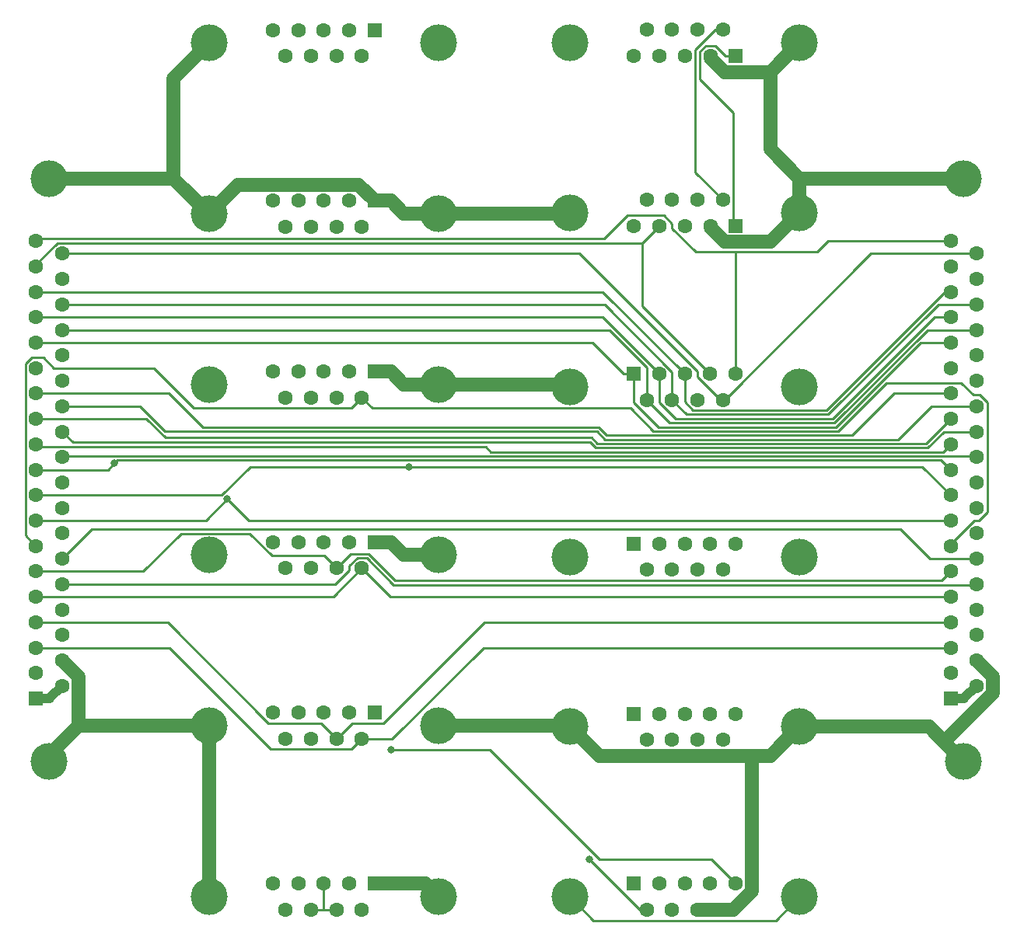
<source format=gbr>
%TF.GenerationSoftware,KiCad,Pcbnew,7.0.9*%
%TF.CreationDate,2023-12-19T17:39:46-08:00*%
%TF.ProjectId,Interconnect Board,496e7465-7263-46f6-9e6e-65637420426f,v0.1*%
%TF.SameCoordinates,Original*%
%TF.FileFunction,Copper,L1,Top*%
%TF.FilePolarity,Positive*%
%FSLAX46Y46*%
G04 Gerber Fmt 4.6, Leading zero omitted, Abs format (unit mm)*
G04 Created by KiCad (PCBNEW 7.0.9) date 2023-12-19 17:39:46*
%MOMM*%
%LPD*%
G01*
G04 APERTURE LIST*
%TA.AperFunction,ComponentPad*%
%ADD10C,4.000000*%
%TD*%
%TA.AperFunction,ComponentPad*%
%ADD11R,1.600000X1.600000*%
%TD*%
%TA.AperFunction,ComponentPad*%
%ADD12C,1.600000*%
%TD*%
%TA.AperFunction,ViaPad*%
%ADD13C,0.800000*%
%TD*%
%TA.AperFunction,Conductor*%
%ADD14C,0.250000*%
%TD*%
%TA.AperFunction,Conductor*%
%ADD15C,1.000000*%
%TD*%
%TA.AperFunction,Conductor*%
%ADD16C,1.500000*%
%TD*%
G04 APERTURE END LIST*
D10*
%TO.P,SkyView_1,0,PAD*%
%TO.N,GND*%
X168732100Y-74620800D03*
X193732100Y-74620800D03*
D11*
%TO.P,SkyView_1,1,1*%
%TO.N,Net-(Main_1_PFD1-Pad15)*%
X175692100Y-73200800D03*
D12*
%TO.P,SkyView_1,2,2*%
%TO.N,Net-(Main_1_PFD1-Pad16)*%
X178462100Y-73200800D03*
%TO.P,SkyView_1,3,3*%
%TO.N,Net-(Main_1_PFD1-Pad17)*%
X181232100Y-73200800D03*
%TO.P,SkyView_1,4,4*%
%TO.N,Net-(Main_1_PFD1-Pad18)*%
X184002100Y-73200800D03*
%TO.P,SkyView_1,5,5*%
%TO.N,Net-(Main_1_PFD1-Pad19)*%
X186772100Y-73200800D03*
%TO.P,SkyView_1,6,6*%
%TO.N,Net-(Main_1_PFD1-Pad34)*%
X177077100Y-76040800D03*
%TO.P,SkyView_1,7,7*%
%TO.N,Net-(Main_1_PFD1-Pad35)*%
X179847100Y-76040800D03*
%TO.P,SkyView_1,8,8*%
%TO.N,Net-(Main_1_PFD1-Pad36)*%
X182617100Y-76040800D03*
%TO.P,SkyView_1,9,9*%
%TO.N,Net-(Main_1_PFD1-Pad37)*%
X185387100Y-76040800D03*
%TD*%
D10*
%TO.P,Serial_5_GPS1,0,PAD*%
%TO.N,GND*%
X129431900Y-37149100D03*
X154431900Y-37149100D03*
D11*
%TO.P,Serial_5_GPS1,1,1*%
%TO.N,/GPS_GND*%
X147471900Y-35729100D03*
D12*
%TO.P,Serial_5_GPS1,2,2*%
%TO.N,/GPS_Power*%
X144701900Y-35729100D03*
%TO.P,Serial_5_GPS1,3,3*%
%TO.N,unconnected-(Serial_5_GPS1-Pad3)*%
X141931900Y-35729100D03*
%TO.P,Serial_5_GPS1,4,4*%
%TO.N,unconnected-(Serial_5_GPS1-Pad4)*%
X139161900Y-35729100D03*
%TO.P,Serial_5_GPS1,5,5*%
%TO.N,unconnected-(Serial_5_GPS1-Pad5)*%
X136391900Y-35729100D03*
%TO.P,Serial_5_GPS1,6,6*%
%TO.N,/GPS_Serial_5_Rx*%
X146086900Y-38569100D03*
%TO.P,Serial_5_GPS1,7,7*%
%TO.N,/GPS_Serial_5_Tx*%
X143316900Y-38569100D03*
%TO.P,Serial_5_GPS1,8,8*%
%TO.N,unconnected-(Serial_5_GPS1-Pad8)*%
X140546900Y-38569100D03*
%TO.P,Serial_5_GPS1,9,9*%
%TO.N,unconnected-(Serial_5_GPS1-Pad9)*%
X137776900Y-38569100D03*
%TD*%
D10*
%TO.P,Serial_2_XPNDR1,0,PAD*%
%TO.N,GND*%
X129431900Y-92949100D03*
X154431900Y-92949100D03*
D11*
%TO.P,Serial_2_XPNDR1,1,1*%
X147471900Y-91529100D03*
D12*
%TO.P,Serial_2_XPNDR1,2,2*%
%TO.N,/XPNDR_12V*%
X144701900Y-91529100D03*
%TO.P,Serial_2_XPNDR1,3,3*%
%TO.N,unconnected-(Serial_2_XPNDR1-Pad3)*%
X141931900Y-91529100D03*
%TO.P,Serial_2_XPNDR1,4,4*%
%TO.N,unconnected-(Serial_2_XPNDR1-Pad4)*%
X139161900Y-91529100D03*
%TO.P,Serial_2_XPNDR1,5,5*%
%TO.N,unconnected-(Serial_2_XPNDR1-Pad5)*%
X136391900Y-91529100D03*
%TO.P,Serial_2_XPNDR1,6,6*%
%TO.N,/XPNDR_Serial_2_Rx*%
X146086900Y-94369100D03*
%TO.P,Serial_2_XPNDR1,7,7*%
%TO.N,/XPNDR_Serial_2_Tx*%
X143316900Y-94369100D03*
%TO.P,Serial_2_XPNDR1,8,8*%
%TO.N,unconnected-(Serial_2_XPNDR1-Pad8)*%
X140546900Y-94369100D03*
%TO.P,Serial_2_XPNDR1,9,9*%
%TO.N,unconnected-(Serial_2_XPNDR1-Pad9)*%
X137776900Y-94369100D03*
%TD*%
D10*
%TO.P,Serial_3_VPX1,0,PAD*%
%TO.N,GND*%
X129431900Y-74349100D03*
X154431900Y-74349100D03*
D11*
%TO.P,Serial_3_VPX1,1,1*%
X147471900Y-72929100D03*
D12*
%TO.P,Serial_3_VPX1,2,2*%
%TO.N,unconnected-(Serial_3_VPX1-Pad2)*%
X144701900Y-72929100D03*
%TO.P,Serial_3_VPX1,3,3*%
%TO.N,unconnected-(Serial_3_VPX1-Pad3)*%
X141931900Y-72929100D03*
%TO.P,Serial_3_VPX1,4,4*%
%TO.N,unconnected-(Serial_3_VPX1-Pad4)*%
X139161900Y-72929100D03*
%TO.P,Serial_3_VPX1,5,5*%
%TO.N,unconnected-(Serial_3_VPX1-Pad5)*%
X136391900Y-72929100D03*
%TO.P,Serial_3_VPX1,6,6*%
%TO.N,/VPX_Serial_3_Rx*%
X146086900Y-75769100D03*
%TO.P,Serial_3_VPX1,7,7*%
%TO.N,/VPX_Serial_3_Tx*%
X143316900Y-75769100D03*
%TO.P,Serial_3_VPX1,8,8*%
%TO.N,unconnected-(Serial_3_VPX1-Pad8)*%
X140546900Y-75769100D03*
%TO.P,Serial_3_VPX1,9,9*%
%TO.N,unconnected-(Serial_3_VPX1-Pad9)*%
X137776900Y-75769100D03*
%TD*%
D10*
%TO.P,SV-Net_AP_Roll_1,0,PAD*%
%TO.N,GND*%
X193752100Y-55645500D03*
X168752100Y-55645500D03*
D11*
%TO.P,SV-Net_AP_Roll_1,1,1*%
%TO.N,Net-(Main_1_PFD1-Pad15)*%
X186792100Y-57065500D03*
D12*
%TO.P,SV-Net_AP_Roll_1,2,2*%
%TO.N,GND*%
X184022100Y-57065500D03*
%TO.P,SV-Net_AP_Roll_1,3,3*%
%TO.N,unconnected-(SV-Net_AP_Roll_1-Pad3)*%
X181252100Y-57065500D03*
%TO.P,SV-Net_AP_Roll_1,4,4*%
%TO.N,Net-(Main_1_PFD1-Pad18)*%
X178482100Y-57065500D03*
%TO.P,SV-Net_AP_Roll_1,5,5*%
%TO.N,unconnected-(SV-Net_AP_Roll_1-Pad5)*%
X175712100Y-57065500D03*
%TO.P,SV-Net_AP_Roll_1,6,6*%
%TO.N,Net-(Main_1_PFD1-Pad34)*%
X185407100Y-54225500D03*
%TO.P,SV-Net_AP_Roll_1,7,7*%
%TO.N,/SV-Net_AP_12V*%
X182637100Y-54225500D03*
%TO.P,SV-Net_AP_Roll_1,8,8*%
%TO.N,Net-(Main_1_PFD1-Pad36)*%
X179867100Y-54225500D03*
%TO.P,SV-Net_AP_Roll_1,9,9*%
%TO.N,unconnected-(SV-Net_AP_Roll_1-Pad9)*%
X177097100Y-54225500D03*
%TD*%
D10*
%TO.P,Dimmer_and_Audio_Output1,0,PAD*%
%TO.N,GND*%
X129431900Y-130149200D03*
X154431900Y-130149200D03*
D11*
%TO.P,Dimmer_and_Audio_Output1,1,1*%
X147471900Y-128729200D03*
D12*
%TO.P,Dimmer_and_Audio_Output1,2,2*%
%TO.N,/Dimmer_Signal_Input*%
X144701900Y-128729200D03*
%TO.P,Dimmer_and_Audio_Output1,3,3*%
%TO.N,/dimmer_output_signal*%
X141931900Y-128729200D03*
%TO.P,Dimmer_and_Audio_Output1,4,4*%
%TO.N,/R_Audio_Out_1*%
X139161900Y-128729200D03*
%TO.P,Dimmer_and_Audio_Output1,5,5*%
%TO.N,/L_Audio_Out_1*%
X136391900Y-128729200D03*
%TO.P,Dimmer_and_Audio_Output1,6,6*%
%TO.N,/PFD_12V*%
X146086900Y-131569200D03*
%TO.P,Dimmer_and_Audio_Output1,7,7*%
%TO.N,/dimmer_output_signal*%
X143316900Y-131569200D03*
%TO.P,Dimmer_and_Audio_Output1,8,8*%
X140546900Y-131569200D03*
%TO.P,Dimmer_and_Audio_Output1,9,9*%
%TO.N,/Audio_Out_GND*%
X137776900Y-131569200D03*
%TD*%
D10*
%TO.P,Serial_4_ELT1,0,PAD*%
%TO.N,GND*%
X129431900Y-55749100D03*
X154431900Y-55749100D03*
D11*
%TO.P,Serial_4_ELT1,1,1*%
X147471900Y-54329100D03*
D12*
%TO.P,Serial_4_ELT1,2,2*%
%TO.N,/ELT_12V*%
X144701900Y-54329100D03*
%TO.P,Serial_4_ELT1,3,3*%
%TO.N,unconnected-(Serial_4_ELT1-Pad3)*%
X141931900Y-54329100D03*
%TO.P,Serial_4_ELT1,4,4*%
%TO.N,unconnected-(Serial_4_ELT1-Pad4)*%
X139161900Y-54329100D03*
%TO.P,Serial_4_ELT1,5,5*%
%TO.N,unconnected-(Serial_4_ELT1-Pad5)*%
X136391900Y-54329100D03*
%TO.P,Serial_4_ELT1,6,6*%
%TO.N,/ELT_Serial_4_Rx*%
X146086900Y-57169100D03*
%TO.P,Serial_4_ELT1,7,7*%
%TO.N,/ELT_Serial_4_Tx*%
X143316900Y-57169100D03*
%TO.P,Serial_4_ELT1,8,8*%
%TO.N,unconnected-(Serial_4_ELT1-Pad8)*%
X140546900Y-57169100D03*
%TO.P,Serial_4_ELT1,9,9*%
%TO.N,unconnected-(Serial_4_ELT1-Pad9)*%
X137776900Y-57169100D03*
%TD*%
D10*
%TO.P,Main_2_MFD1,0,PAD*%
%TO.N,GND*%
X211601700Y-115394100D03*
X211601700Y-51894100D03*
D11*
%TO.P,Main_2_MFD1,1,1*%
%TO.N,/MFD_12V*%
X210181700Y-108574100D03*
D12*
%TO.P,Main_2_MFD1,2,2*%
%TO.N,unconnected-(Main_2_MFD1-Pad2)*%
X210181700Y-105804100D03*
%TO.P,Main_2_MFD1,3,3*%
%TO.N,/ADSB_Serial_1_Rx*%
X210181700Y-103034100D03*
%TO.P,Main_2_MFD1,4,4*%
%TO.N,/ADSB_Serial_1_Tx*%
X210181700Y-100264100D03*
%TO.P,Main_2_MFD1,5,5*%
%TO.N,/XPNDR_Serial_2_Rx*%
X210181700Y-97494100D03*
%TO.P,Main_2_MFD1,6,6*%
%TO.N,/XPNDR_Serial_2_Tx*%
X210181700Y-94724100D03*
%TO.P,Main_2_MFD1,7,7*%
%TO.N,/VPX_Serial_3_Rx*%
X210181700Y-91954100D03*
%TO.P,Main_2_MFD1,8,8*%
%TO.N,/VPX_Serial_3_Tx*%
X210181700Y-89184100D03*
%TO.P,Main_2_MFD1,9,9*%
%TO.N,/ELT_Serial_4_Rx*%
X210181700Y-86414100D03*
%TO.P,Main_2_MFD1,10,10*%
%TO.N,/ELT_Serial_4_Tx*%
X210181700Y-83644100D03*
%TO.P,Main_2_MFD1,11,11*%
%TO.N,/GPS_Serial_5_Rx*%
X210181700Y-80874100D03*
%TO.P,Main_2_MFD1,12,12*%
%TO.N,/GPS_Serial_5_Tx*%
X210181700Y-78104100D03*
%TO.P,Main_2_MFD1,13,13*%
%TO.N,/L_Audio_Out_1*%
X210181700Y-75334100D03*
%TO.P,Main_2_MFD1,14,14*%
%TO.N,unconnected-(Main_2_MFD1-Pad14)*%
X210181700Y-72564100D03*
%TO.P,Main_2_MFD1,15,15*%
%TO.N,Net-(Main_1_PFD1-Pad15)*%
X210181700Y-69794100D03*
%TO.P,Main_2_MFD1,16,16*%
%TO.N,Net-(Main_1_PFD1-Pad16)*%
X210181700Y-67024100D03*
%TO.P,Main_2_MFD1,17,17*%
%TO.N,Net-(Main_1_PFD1-Pad17)*%
X210181700Y-64254100D03*
%TO.P,Main_2_MFD1,18,18*%
%TO.N,Net-(Main_1_PFD1-Pad18)*%
X210181700Y-61484100D03*
%TO.P,Main_2_MFD1,19,19*%
%TO.N,Net-(Main_1_PFD1-Pad19)*%
X210181700Y-58714100D03*
%TO.P,Main_2_MFD1,20,20*%
%TO.N,/MFD_12V*%
X213021700Y-107189100D03*
%TO.P,Main_2_MFD1,21,21*%
%TO.N,GND*%
X213021700Y-104419100D03*
%TO.P,Main_2_MFD1,22,22*%
X213021700Y-101649100D03*
%TO.P,Main_2_MFD1,23,23*%
%TO.N,unconnected-(Main_2_MFD1-Pad23)*%
X213021700Y-98879100D03*
%TO.P,Main_2_MFD1,24,24*%
%TO.N,/GPS_GND*%
X213021700Y-96109100D03*
%TO.P,Main_2_MFD1,25,25*%
%TO.N,/Dimmer_Signal_Input*%
X213021700Y-93339100D03*
%TO.P,Main_2_MFD1,26,26*%
%TO.N,unconnected-(Main_2_MFD1-Pad26)*%
X213021700Y-90569100D03*
%TO.P,Main_2_MFD1,27,27*%
%TO.N,unconnected-(Main_2_MFD1-Pad27)*%
X213021700Y-87799100D03*
%TO.P,Main_2_MFD1,28,28*%
%TO.N,unconnected-(Main_2_MFD1-Pad28)*%
X213021700Y-85029100D03*
%TO.P,Main_2_MFD1,29,29*%
%TO.N,/GPS_Power*%
X213021700Y-82259100D03*
%TO.P,Main_2_MFD1,30,30*%
%TO.N,/Audio_Out_GND*%
X213021700Y-79489100D03*
%TO.P,Main_2_MFD1,31,31*%
%TO.N,/R_Audio_Out_1*%
X213021700Y-76719100D03*
%TO.P,Main_2_MFD1,32,32*%
%TO.N,unconnected-(Main_2_MFD1-Pad32)*%
X213021700Y-73949100D03*
%TO.P,Main_2_MFD1,33,33*%
%TO.N,unconnected-(Main_2_MFD1-Pad33)*%
X213021700Y-71179100D03*
%TO.P,Main_2_MFD1,34,34*%
%TO.N,Net-(Main_1_PFD1-Pad34)*%
X213021700Y-68409100D03*
%TO.P,Main_2_MFD1,35,35*%
%TO.N,Net-(Main_1_PFD1-Pad35)*%
X213021700Y-65639100D03*
%TO.P,Main_2_MFD1,36,36*%
%TO.N,Net-(Main_1_PFD1-Pad36)*%
X213021700Y-62869100D03*
%TO.P,Main_2_MFD1,37,37*%
%TO.N,Net-(Main_1_PFD1-Pad37)*%
X213021700Y-60099100D03*
%TD*%
D10*
%TO.P,SkyView_2,0,PAD*%
%TO.N,GND*%
X168732100Y-93136800D03*
X193732100Y-93136800D03*
D11*
%TO.P,SkyView_2,1,1*%
%TO.N,Net-(Main_1_PFD1-Pad15)*%
X175692100Y-91716800D03*
D12*
%TO.P,SkyView_2,2,2*%
%TO.N,Net-(Main_1_PFD1-Pad16)*%
X178462100Y-91716800D03*
%TO.P,SkyView_2,3,3*%
%TO.N,Net-(Main_1_PFD1-Pad17)*%
X181232100Y-91716800D03*
%TO.P,SkyView_2,4,4*%
%TO.N,Net-(Main_1_PFD1-Pad18)*%
X184002100Y-91716800D03*
%TO.P,SkyView_2,5,5*%
%TO.N,Net-(Main_1_PFD1-Pad19)*%
X186772100Y-91716800D03*
%TO.P,SkyView_2,6,6*%
%TO.N,Net-(Main_1_PFD1-Pad34)*%
X177077100Y-94556800D03*
%TO.P,SkyView_2,7,7*%
%TO.N,Net-(Main_1_PFD1-Pad35)*%
X179847100Y-94556800D03*
%TO.P,SkyView_2,8,8*%
%TO.N,Net-(Main_1_PFD1-Pad36)*%
X182617100Y-94556800D03*
%TO.P,SkyView_2,9,9*%
%TO.N,Net-(Main_1_PFD1-Pad37)*%
X185387100Y-94556800D03*
%TD*%
D10*
%TO.P,Main_1_PFD1,0,PAD*%
%TO.N,GND*%
X112021700Y-115394100D03*
X112021700Y-51894100D03*
D11*
%TO.P,Main_1_PFD1,1,1*%
%TO.N,/PFD_12V*%
X110601700Y-108574100D03*
D12*
%TO.P,Main_1_PFD1,2,2*%
%TO.N,unconnected-(Main_1_PFD1-Pad2)*%
X110601700Y-105804100D03*
%TO.P,Main_1_PFD1,3,3*%
%TO.N,/ADSB_Serial_1_Rx*%
X110601700Y-103034100D03*
%TO.P,Main_1_PFD1,4,4*%
%TO.N,/ADSB_Serial_1_Tx*%
X110601700Y-100264100D03*
%TO.P,Main_1_PFD1,5,5*%
%TO.N,/XPNDR_Serial_2_Rx*%
X110601700Y-97494100D03*
%TO.P,Main_1_PFD1,6,6*%
%TO.N,/XPNDR_Serial_2_Tx*%
X110601700Y-94724100D03*
%TO.P,Main_1_PFD1,7,7*%
%TO.N,/VPX_Serial_3_Rx*%
X110601700Y-91954100D03*
%TO.P,Main_1_PFD1,8,8*%
%TO.N,/VPX_Serial_3_Tx*%
X110601700Y-89184100D03*
%TO.P,Main_1_PFD1,9,9*%
%TO.N,/ELT_Serial_4_Rx*%
X110601700Y-86414100D03*
%TO.P,Main_1_PFD1,10,10*%
%TO.N,/ELT_Serial_4_Tx*%
X110601700Y-83644100D03*
%TO.P,Main_1_PFD1,11,11*%
%TO.N,/GPS_Serial_5_Rx*%
X110601700Y-80874100D03*
%TO.P,Main_1_PFD1,12,12*%
%TO.N,/GPS_Serial_5_Tx*%
X110601700Y-78104100D03*
%TO.P,Main_1_PFD1,13,13*%
%TO.N,/L_Audio_Out_1*%
X110601700Y-75334100D03*
%TO.P,Main_1_PFD1,14,14*%
%TO.N,unconnected-(Main_1_PFD1-Pad14)*%
X110601700Y-72564100D03*
%TO.P,Main_1_PFD1,15,15*%
%TO.N,Net-(Main_1_PFD1-Pad15)*%
X110601700Y-69794100D03*
%TO.P,Main_1_PFD1,16,16*%
%TO.N,Net-(Main_1_PFD1-Pad16)*%
X110601700Y-67024100D03*
%TO.P,Main_1_PFD1,17,17*%
%TO.N,Net-(Main_1_PFD1-Pad17)*%
X110601700Y-64254100D03*
%TO.P,Main_1_PFD1,18,18*%
%TO.N,Net-(Main_1_PFD1-Pad18)*%
X110601700Y-61484100D03*
%TO.P,Main_1_PFD1,19,19*%
%TO.N,Net-(Main_1_PFD1-Pad19)*%
X110601700Y-58714100D03*
%TO.P,Main_1_PFD1,20,20*%
%TO.N,/PFD_12V*%
X113441700Y-107189100D03*
%TO.P,Main_1_PFD1,21,21*%
%TO.N,GND*%
X113441700Y-104419100D03*
%TO.P,Main_1_PFD1,22,22*%
X113441700Y-101649100D03*
%TO.P,Main_1_PFD1,23,23*%
%TO.N,unconnected-(Main_1_PFD1-Pad23)*%
X113441700Y-98879100D03*
%TO.P,Main_1_PFD1,24,24*%
%TO.N,/GPS_GND*%
X113441700Y-96109100D03*
%TO.P,Main_1_PFD1,25,25*%
%TO.N,/Dimmer_Signal_Input*%
X113441700Y-93339100D03*
%TO.P,Main_1_PFD1,26,26*%
%TO.N,/dimmer_output_signal*%
X113441700Y-90569100D03*
%TO.P,Main_1_PFD1,27,27*%
%TO.N,unconnected-(Main_1_PFD1-Pad27)*%
X113441700Y-87799100D03*
%TO.P,Main_1_PFD1,28,28*%
%TO.N,unconnected-(Main_1_PFD1-Pad28)*%
X113441700Y-85029100D03*
%TO.P,Main_1_PFD1,29,29*%
%TO.N,/GPS_Power*%
X113441700Y-82259100D03*
%TO.P,Main_1_PFD1,30,30*%
%TO.N,/Audio_Out_GND*%
X113441700Y-79489100D03*
%TO.P,Main_1_PFD1,31,31*%
%TO.N,/R_Audio_Out_1*%
X113441700Y-76719100D03*
%TO.P,Main_1_PFD1,32,32*%
%TO.N,unconnected-(Main_1_PFD1-Pad32)*%
X113441700Y-73949100D03*
%TO.P,Main_1_PFD1,33,33*%
%TO.N,unconnected-(Main_1_PFD1-Pad33)*%
X113441700Y-71179100D03*
%TO.P,Main_1_PFD1,34,34*%
%TO.N,Net-(Main_1_PFD1-Pad34)*%
X113441700Y-68409100D03*
%TO.P,Main_1_PFD1,35,35*%
%TO.N,Net-(Main_1_PFD1-Pad35)*%
X113441700Y-65639100D03*
%TO.P,Main_1_PFD1,36,36*%
%TO.N,Net-(Main_1_PFD1-Pad36)*%
X113441700Y-62869100D03*
%TO.P,Main_1_PFD1,37,37*%
%TO.N,Net-(Main_1_PFD1-Pad37)*%
X113441700Y-60099100D03*
%TD*%
D10*
%TO.P,Serial_1_ADSB1,0,PAD*%
%TO.N,GND*%
X129431900Y-111549200D03*
X154431900Y-111549200D03*
D11*
%TO.P,Serial_1_ADSB1,1,1*%
X147471900Y-110129200D03*
D12*
%TO.P,Serial_1_ADSB1,2,2*%
%TO.N,/ADSB_12V*%
X144701900Y-110129200D03*
%TO.P,Serial_1_ADSB1,3,3*%
%TO.N,unconnected-(Serial_1_ADSB1-Pad3)*%
X141931900Y-110129200D03*
%TO.P,Serial_1_ADSB1,4,4*%
%TO.N,unconnected-(Serial_1_ADSB1-Pad4)*%
X139161900Y-110129200D03*
%TO.P,Serial_1_ADSB1,5,5*%
%TO.N,unconnected-(Serial_1_ADSB1-Pad5)*%
X136391900Y-110129200D03*
%TO.P,Serial_1_ADSB1,6,6*%
%TO.N,/ADSB_Serial_1_Rx*%
X146086900Y-112969200D03*
%TO.P,Serial_1_ADSB1,7,7*%
%TO.N,/ADSB_Serial_1_Tx*%
X143316900Y-112969200D03*
%TO.P,Serial_1_ADSB1,8,8*%
%TO.N,unconnected-(Serial_1_ADSB1-Pad8)*%
X140546900Y-112969200D03*
%TO.P,Serial_1_ADSB1,9,9*%
%TO.N,unconnected-(Serial_1_ADSB1-Pad9)*%
X137776900Y-112969200D03*
%TD*%
D10*
%TO.P,SkyView_3,0,PAD*%
%TO.N,GND*%
X168732100Y-111652800D03*
X193732100Y-111652800D03*
D11*
%TO.P,SkyView_3,1,1*%
%TO.N,Net-(Main_1_PFD1-Pad15)*%
X175692100Y-110232800D03*
D12*
%TO.P,SkyView_3,2,2*%
%TO.N,Net-(Main_1_PFD1-Pad16)*%
X178462100Y-110232800D03*
%TO.P,SkyView_3,3,3*%
%TO.N,Net-(Main_1_PFD1-Pad17)*%
X181232100Y-110232800D03*
%TO.P,SkyView_3,4,4*%
%TO.N,Net-(Main_1_PFD1-Pad18)*%
X184002100Y-110232800D03*
%TO.P,SkyView_3,5,5*%
%TO.N,Net-(Main_1_PFD1-Pad19)*%
X186772100Y-110232800D03*
%TO.P,SkyView_3,6,6*%
%TO.N,Net-(Main_1_PFD1-Pad34)*%
X177077100Y-113072800D03*
%TO.P,SkyView_3,7,7*%
%TO.N,Net-(Main_1_PFD1-Pad35)*%
X179847100Y-113072800D03*
%TO.P,SkyView_3,8,8*%
%TO.N,Net-(Main_1_PFD1-Pad36)*%
X182617100Y-113072800D03*
%TO.P,SkyView_3,9,9*%
%TO.N,Net-(Main_1_PFD1-Pad37)*%
X185387100Y-113072800D03*
%TD*%
D10*
%TO.P,SV-Net_AP_Pitch_1,0,PAD*%
%TO.N,GND*%
X193752100Y-37129500D03*
X168752100Y-37129500D03*
D11*
%TO.P,SV-Net_AP_Pitch_1,1,1*%
%TO.N,Net-(Main_1_PFD1-Pad15)*%
X186792100Y-38549500D03*
D12*
%TO.P,SV-Net_AP_Pitch_1,2,2*%
%TO.N,GND*%
X184022100Y-38549500D03*
%TO.P,SV-Net_AP_Pitch_1,3,3*%
%TO.N,unconnected-(SV-Net_AP_Pitch_1-Pad3)*%
X181252100Y-38549500D03*
%TO.P,SV-Net_AP_Pitch_1,4,4*%
%TO.N,Net-(Main_1_PFD1-Pad18)*%
X178482100Y-38549500D03*
%TO.P,SV-Net_AP_Pitch_1,5,5*%
%TO.N,unconnected-(SV-Net_AP_Pitch_1-Pad5)*%
X175712100Y-38549500D03*
%TO.P,SV-Net_AP_Pitch_1,6,6*%
%TO.N,Net-(Main_1_PFD1-Pad34)*%
X185407100Y-35709500D03*
%TO.P,SV-Net_AP_Pitch_1,7,7*%
%TO.N,/SV-Net_AP_12V*%
X182637100Y-35709500D03*
%TO.P,SV-Net_AP_Pitch_1,8,8*%
%TO.N,Net-(Main_1_PFD1-Pad36)*%
X179867100Y-35709500D03*
%TO.P,SV-Net_AP_Pitch_1,9,9*%
%TO.N,unconnected-(SV-Net_AP_Pitch_1-Pad9)*%
X177097100Y-35709500D03*
%TD*%
D10*
%TO.P,power_input_1,0,PAD*%
%TO.N,unconnected-(power_input_1-PAD-Pad0)*%
X168732100Y-130168800D03*
X193732100Y-130168800D03*
D11*
%TO.P,power_input_1,1,1*%
%TO.N,GND*%
X175692100Y-128748800D03*
D12*
%TO.P,power_input_1,2,2*%
%TO.N,/PFD_12V*%
X178462100Y-128748800D03*
%TO.P,power_input_1,3,3*%
%TO.N,/MFD_12V*%
X181232100Y-128748800D03*
%TO.P,power_input_1,4,4*%
%TO.N,/SV-Net_AP_12V*%
X184002100Y-128748800D03*
%TO.P,power_input_1,5,5*%
%TO.N,/ADSB_12V*%
X186772100Y-128748800D03*
%TO.P,power_input_1,6,6*%
%TO.N,/XPNDR_12V*%
X177077100Y-131588800D03*
%TO.P,power_input_1,7,7*%
%TO.N,/ELT_12V*%
X179847100Y-131588800D03*
%TO.P,power_input_1,8,8*%
%TO.N,GND*%
X182617100Y-131588800D03*
%TO.P,power_input_1,9,9*%
X185387100Y-131588800D03*
%TD*%
D13*
%TO.N,/VPX_Serial_3_Tx*%
X131432700Y-86841100D03*
%TO.N,/ELT_Serial_4_Rx*%
X151195300Y-83349400D03*
%TO.N,/ELT_Serial_4_Tx*%
X119132600Y-82919600D03*
%TO.N,/XPNDR_12V*%
X170885400Y-126112300D03*
%TO.N,/ADSB_12V*%
X149282000Y-114179400D03*
%TD*%
D14*
%TO.N,/Dimmer_Signal_Input*%
X204719300Y-90147500D02*
X116633300Y-90147500D01*
X207910900Y-93339100D02*
X204719300Y-90147500D01*
X213021700Y-93339100D02*
X207910900Y-93339100D01*
X116633300Y-90147500D02*
X113441700Y-93339100D01*
%TO.N,/dimmer_output_signal*%
X140546900Y-131569200D02*
X141931900Y-131569200D01*
X141931900Y-131569200D02*
X143316900Y-131569200D01*
X141931900Y-131569200D02*
X141931900Y-128729200D01*
%TO.N,/R_Audio_Out_1*%
X121882300Y-76719100D02*
X124642900Y-79479700D01*
X113441700Y-76719100D02*
X121882300Y-76719100D01*
X172551500Y-80340600D02*
X204498400Y-80340600D01*
X124642900Y-79479700D02*
X171690600Y-79479700D01*
X204498400Y-80340600D02*
X208119900Y-76719100D01*
X208119900Y-76719100D02*
X213021700Y-76719100D01*
X171690600Y-79479700D02*
X172551500Y-80340600D01*
%TO.N,/L_Audio_Out_1*%
X172740800Y-79888600D02*
X199462000Y-79888600D01*
X199462000Y-79888600D02*
X204016500Y-75334100D01*
X204016500Y-75334100D02*
X210181700Y-75334100D01*
X110601700Y-75334100D02*
X125081200Y-75334100D01*
X128774900Y-79027800D02*
X171880000Y-79027800D01*
X125081200Y-75334100D02*
X128774900Y-79027800D01*
X171880000Y-79027800D02*
X172740800Y-79888600D01*
%TO.N,/Audio_Out_GND*%
X207720000Y-81248200D02*
X209479100Y-79489100D01*
X113441700Y-79489100D02*
X114596900Y-80644300D01*
X114596900Y-80644300D02*
X170940100Y-80644300D01*
X209479100Y-79489100D02*
X213021700Y-79489100D01*
X171544000Y-81248200D02*
X207720000Y-81248200D01*
X170940100Y-80644300D02*
X171544000Y-81248200D01*
%TO.N,/ADSB_Serial_1_Rx*%
X125094400Y-103034100D02*
X136164200Y-114103900D01*
X149385700Y-112969200D02*
X146086900Y-112969200D01*
X136164200Y-114103900D02*
X144952200Y-114103900D01*
X210181700Y-103034100D02*
X159320800Y-103034100D01*
X110601700Y-103034100D02*
X125094400Y-103034100D01*
X144952200Y-114103900D02*
X146086900Y-112969200D01*
X159320800Y-103034100D02*
X149385700Y-112969200D01*
%TO.N,/ADSB_Serial_1_Tx*%
X148407300Y-111256100D02*
X145030000Y-111256100D01*
X141603800Y-111256100D02*
X143316900Y-112969200D01*
X145030000Y-111256100D02*
X143316900Y-112969200D01*
X124933200Y-100264100D02*
X135925200Y-111256100D01*
X210181700Y-100264100D02*
X159399300Y-100264100D01*
X110601700Y-100264100D02*
X124933200Y-100264100D01*
X159399300Y-100264100D02*
X148407300Y-111256100D01*
X135925200Y-111256100D02*
X141603800Y-111256100D01*
%TO.N,/XPNDR_Serial_2_Rx*%
X149211900Y-97494100D02*
X210181700Y-97494100D01*
X142961900Y-97494100D02*
X146086900Y-94369100D01*
X110601700Y-97494100D02*
X142961900Y-97494100D01*
X146086900Y-94369100D02*
X149211900Y-97494100D01*
%TO.N,/XPNDR_Serial_2_Tx*%
X126372000Y-90611500D02*
X133880700Y-90611500D01*
X110601700Y-94724100D02*
X122259400Y-94724100D01*
X209203800Y-95702000D02*
X149699600Y-95702000D01*
X133880700Y-90611500D02*
X136286300Y-93017100D01*
X146786400Y-92788800D02*
X144897200Y-92788800D01*
X144897200Y-92788800D02*
X143316900Y-94369100D01*
X136286300Y-93017100D02*
X141964900Y-93017100D01*
X141964900Y-93017100D02*
X143316900Y-94369100D01*
X122259400Y-94724100D02*
X126372000Y-90611500D01*
X149699600Y-95702000D02*
X146786400Y-92788800D01*
X210181700Y-94724100D02*
X209203800Y-95702000D01*
%TO.N,/VPX_Serial_3_Rx*%
X109456100Y-72063600D02*
X109456100Y-90808500D01*
X177814900Y-79435200D02*
X197914200Y-79435200D01*
X110108500Y-71411200D02*
X109456100Y-72063600D01*
X112530900Y-72564100D02*
X111378000Y-71411200D01*
X212636900Y-75493400D02*
X213389700Y-75493400D01*
X214189800Y-76293500D02*
X214189800Y-88262900D01*
X146086900Y-75769100D02*
X144949400Y-76906600D01*
X144949400Y-76906600D02*
X127778300Y-76906600D01*
X203182800Y-74166600D02*
X211310100Y-74166600D01*
X147265500Y-76947700D02*
X175327400Y-76947700D01*
X211310100Y-74166600D02*
X212636900Y-75493400D01*
X210181700Y-91743900D02*
X210181700Y-91954100D01*
X127778300Y-76906600D02*
X123435800Y-72564100D01*
X109456100Y-90808500D02*
X110601700Y-91954100D01*
X213389700Y-75493400D02*
X214189800Y-76293500D01*
X111378000Y-71411200D02*
X110108500Y-71411200D01*
X175327400Y-76947700D02*
X177814900Y-79435200D01*
X123435800Y-72564100D02*
X112530900Y-72564100D01*
X214189800Y-88262900D02*
X213268600Y-89184100D01*
X197914200Y-79435200D02*
X203182800Y-74166600D01*
X212741500Y-89184100D02*
X210181700Y-91743900D01*
X213268600Y-89184100D02*
X212741500Y-89184100D01*
X146086900Y-75769100D02*
X147265500Y-76947700D01*
%TO.N,/VPX_Serial_3_Tx*%
X133775700Y-89184100D02*
X131432700Y-86841100D01*
X129089700Y-89184100D02*
X131432700Y-86841100D01*
X210181700Y-89184100D02*
X133775700Y-89184100D01*
X110601700Y-89184100D02*
X129089700Y-89184100D01*
%TO.N,/ELT_Serial_4_Rx*%
X210181700Y-86414100D02*
X207117000Y-83349400D01*
X130831800Y-86414100D02*
X110601700Y-86414100D01*
X133896500Y-83349400D02*
X130831800Y-86414100D01*
X151195300Y-83349400D02*
X133896500Y-83349400D01*
X207117000Y-83349400D02*
X151195300Y-83349400D01*
%TO.N,/ELT_Serial_4_Tx*%
X119439500Y-82612700D02*
X209150300Y-82612700D01*
X119132600Y-82919600D02*
X119439500Y-82612700D01*
X118408100Y-83644100D02*
X119132600Y-82919600D01*
X209150300Y-82612700D02*
X210181700Y-83644100D01*
X110601700Y-83644100D02*
X118408100Y-83644100D01*
%TO.N,/GPS_Power*%
X212920100Y-82157500D02*
X213021700Y-82259100D01*
X113543300Y-82157500D02*
X212920100Y-82157500D01*
X113441700Y-82259100D02*
X113543300Y-82157500D01*
%TO.N,/GPS_Serial_5_Tx*%
X171727400Y-80792500D02*
X207493300Y-80792500D01*
X171094600Y-80159700D02*
X171727400Y-80792500D01*
X122628200Y-78104100D02*
X124683800Y-80159700D01*
X207493300Y-80792500D02*
X210181700Y-78104100D01*
X124683800Y-80159700D02*
X171094600Y-80159700D01*
X110601700Y-78104100D02*
X122628200Y-78104100D01*
%TO.N,Net-(Main_1_PFD1-Pad15)*%
X184538300Y-37422600D02*
X185665200Y-38549500D01*
X178397100Y-78983300D02*
X197727000Y-78983300D01*
X197727000Y-78983300D02*
X206916200Y-69794100D01*
X182878600Y-41070500D02*
X182878600Y-38080500D01*
X175692100Y-73200800D02*
X175692100Y-76278300D01*
X182878600Y-38080500D02*
X183536500Y-37422600D01*
X171158500Y-69794100D02*
X174565200Y-73200800D01*
X183536500Y-37422600D02*
X184538300Y-37422600D01*
X186792100Y-38549500D02*
X185665200Y-38549500D01*
X186549700Y-57065500D02*
X186549700Y-44741600D01*
X206916200Y-69794100D02*
X210181700Y-69794100D01*
X110601700Y-69794100D02*
X171158500Y-69794100D01*
X186792100Y-57065500D02*
X186549700Y-57065500D01*
X175692100Y-76278300D02*
X178397100Y-78983300D01*
X175692100Y-73200800D02*
X174565200Y-73200800D01*
X186549700Y-44741600D02*
X182878600Y-41070500D01*
%TO.N,Net-(Main_1_PFD1-Pad16)*%
X197357100Y-78075000D02*
X180236500Y-78075000D01*
X172285400Y-67024100D02*
X178462100Y-73200800D01*
X210181700Y-67024100D02*
X208408000Y-67024100D01*
X178462100Y-76300600D02*
X178462100Y-73200800D01*
X110601700Y-67024100D02*
X172285400Y-67024100D01*
X208408000Y-67024100D02*
X197357100Y-78075000D01*
X180236500Y-78075000D02*
X178462100Y-76300600D01*
%TO.N,Net-(Main_1_PFD1-Pad17)*%
X181232100Y-76270200D02*
X181232100Y-73200800D01*
X110601700Y-64254100D02*
X172285400Y-64254100D01*
X210181700Y-64254100D02*
X209583800Y-64254100D01*
X209583800Y-64254100D02*
X196670200Y-77167700D01*
X172285400Y-64254100D02*
X181232100Y-73200800D01*
X182129600Y-77167700D02*
X181232100Y-76270200D01*
X196670200Y-77167700D02*
X182129600Y-77167700D01*
%TO.N,Net-(Main_1_PFD1-Pad18)*%
X146045800Y-58953900D02*
X146047300Y-58955400D01*
X112915400Y-58953900D02*
X146045800Y-58953900D01*
X110601700Y-61484100D02*
X110601700Y-61267600D01*
X146532800Y-58953900D02*
X176593700Y-58953900D01*
X176593700Y-58953900D02*
X178482100Y-57065500D01*
X146047300Y-58955400D02*
X146531300Y-58955400D01*
X176593700Y-58953900D02*
X176593700Y-65792400D01*
X176593700Y-65792400D02*
X184002100Y-73200800D01*
X110601700Y-61267600D02*
X112915400Y-58953900D01*
X146531300Y-58955400D02*
X146532800Y-58953900D01*
%TO.N,Net-(Main_1_PFD1-Pad19)*%
X179867100Y-57326900D02*
X179867100Y-56808500D01*
X110864500Y-58451300D02*
X110601700Y-58714100D01*
X175014700Y-55925300D02*
X172488700Y-58451300D01*
X196805900Y-58714100D02*
X195624700Y-59895300D01*
X186772100Y-59895300D02*
X182435500Y-59895300D01*
X172488700Y-58451300D02*
X110864500Y-58451300D01*
X195624700Y-59895300D02*
X186772100Y-59895300D01*
X179867100Y-56808500D02*
X178983900Y-55925300D01*
X182435500Y-59895300D02*
X179867100Y-57326900D01*
X186772100Y-59895300D02*
X186772100Y-73200800D01*
X178983900Y-55925300D02*
X175014700Y-55925300D01*
X210181700Y-58714100D02*
X196805900Y-58714100D01*
%TO.N,/GPS_GND*%
X144701900Y-94594600D02*
X144701900Y-94130500D01*
X113441700Y-96109100D02*
X143187400Y-96109100D01*
X143187400Y-96109100D02*
X144701900Y-94594600D01*
X149532400Y-96174000D02*
X212956800Y-96174000D01*
X212956800Y-96174000D02*
X213021700Y-96109100D01*
X146600600Y-93242200D02*
X149532400Y-96174000D01*
X144701900Y-94130500D02*
X145590200Y-93242200D01*
X145590200Y-93242200D02*
X146600600Y-93242200D01*
%TO.N,/GPS_Serial_5_Rx*%
X160133900Y-81703800D02*
X209352000Y-81703800D01*
X110601700Y-80874100D02*
X110856600Y-81129000D01*
X209352000Y-81703800D02*
X210181700Y-80874100D01*
X110856600Y-81129000D02*
X159559100Y-81129000D01*
X159559100Y-81129000D02*
X160133900Y-81703800D01*
%TO.N,Net-(Main_1_PFD1-Pad34)*%
X179566200Y-78529900D02*
X197541300Y-78529900D01*
X113441700Y-68409100D02*
X173022200Y-68409100D01*
X177077100Y-72464000D02*
X177077100Y-76040800D01*
X197541300Y-78529900D02*
X207662100Y-68409100D01*
X207662100Y-68409100D02*
X213021700Y-68409100D01*
X182402100Y-37902100D02*
X182402100Y-51220500D01*
X185407100Y-35709500D02*
X184594700Y-35709500D01*
X182402100Y-51220500D02*
X185407100Y-54225500D01*
X184594700Y-35709500D02*
X182402100Y-37902100D01*
X177077100Y-76040800D02*
X179566200Y-78529900D01*
X173022200Y-68409100D02*
X177077100Y-72464000D01*
%TO.N,Net-(Main_1_PFD1-Pad35)*%
X179847100Y-72973500D02*
X179847100Y-76040800D01*
X213021700Y-65639100D02*
X208838000Y-65639100D01*
X208838000Y-65639100D02*
X196854000Y-77623100D01*
X172512700Y-65639100D02*
X179847100Y-72973500D01*
X181429400Y-77623100D02*
X179847100Y-76040800D01*
X196854000Y-77623100D02*
X181429400Y-77623100D01*
X113441700Y-65639100D02*
X172512700Y-65639100D01*
%TO.N,Net-(Main_1_PFD1-Pad37)*%
X201529000Y-60099100D02*
X213021700Y-60099100D01*
X169748600Y-60099100D02*
X182614800Y-72965300D01*
X182614800Y-73478700D02*
X185176900Y-76040800D01*
X185176900Y-76040800D02*
X185387100Y-76040800D01*
X185387100Y-76040800D02*
X185587300Y-76040800D01*
X185587300Y-76040800D02*
X201529000Y-60099100D01*
X182614800Y-72965300D02*
X182614800Y-73478700D01*
X113441700Y-60099100D02*
X169748600Y-60099100D01*
D15*
%TO.N,/MFD_12V*%
X210181700Y-108574100D02*
X211683600Y-108574100D01*
X213021700Y-107189100D02*
X211683600Y-108527200D01*
X211683600Y-108527200D02*
X211683600Y-108574100D01*
%TO.N,/PFD_12V*%
X113441700Y-107189100D02*
X112103600Y-108527200D01*
X110601700Y-108574100D02*
X112103600Y-108574100D01*
X112103600Y-108527200D02*
X112103600Y-108574100D01*
D14*
%TO.N,unconnected-(power_input_1-PAD-Pad0)*%
X191149800Y-132751100D02*
X171314400Y-132751100D01*
X193732100Y-130168800D02*
X191149800Y-132751100D01*
X171314400Y-132751100D02*
X168732100Y-130168800D01*
%TO.N,/XPNDR_12V*%
X177077100Y-131588800D02*
X176361900Y-131588800D01*
X176361900Y-131588800D02*
X170885400Y-126112300D01*
%TO.N,/ADSB_12V*%
X184135700Y-126112400D02*
X186772100Y-128748800D01*
X171913800Y-126112400D02*
X184135700Y-126112400D01*
X159980800Y-114179400D02*
X171913800Y-126112400D01*
X149282000Y-114179400D02*
X159980800Y-114179400D01*
D16*
%TO.N,GND*%
X193752100Y-51894100D02*
X193752100Y-55645500D01*
X193732100Y-111652800D02*
X207860400Y-111652800D01*
X207860400Y-111652800D02*
X209498400Y-113290700D01*
X214810100Y-107979000D02*
X209498400Y-113290700D01*
X125576900Y-51894100D02*
X129431900Y-55749100D01*
X184022100Y-38769800D02*
X185563400Y-40311100D01*
X168648500Y-55749100D02*
X168752100Y-55645500D01*
X147471900Y-91529100D02*
X149223800Y-91529100D01*
X115247400Y-106224800D02*
X115247400Y-111549200D01*
X193752100Y-51894100D02*
X211601700Y-51894100D01*
X188549000Y-114846200D02*
X171925500Y-114846200D01*
X214810100Y-106207500D02*
X214810100Y-107979000D01*
X149223800Y-54329100D02*
X150643800Y-55749100D01*
X154431900Y-92949100D02*
X150643800Y-92949100D01*
X188549000Y-114846200D02*
X190538700Y-114846200D01*
X190570500Y-48712500D02*
X193752100Y-51894100D01*
X190570500Y-40311100D02*
X190570500Y-48712500D01*
X209498400Y-113290700D02*
X211601700Y-115394100D01*
X184022100Y-38549500D02*
X184022100Y-38769800D01*
X190538700Y-114846200D02*
X193732100Y-111652800D01*
X190570500Y-40311100D02*
X193752100Y-37129500D01*
X150643800Y-92949100D02*
X149223800Y-91529100D01*
X147471900Y-72929100D02*
X149223800Y-72929100D01*
X154431900Y-55749100D02*
X168648500Y-55749100D01*
X193752100Y-55645500D02*
X190579200Y-58818400D01*
X147471900Y-128729200D02*
X153011900Y-128729200D01*
X145717700Y-52574900D02*
X132606100Y-52574900D01*
X185563400Y-40311100D02*
X190570500Y-40311100D01*
X185593100Y-58818400D02*
X184022100Y-57247400D01*
X132606100Y-52574900D02*
X129431900Y-55749100D01*
X168732100Y-74620800D02*
X168460400Y-74349100D01*
X125576900Y-51894100D02*
X125576900Y-41004100D01*
X150643800Y-55749100D02*
X154431900Y-55749100D01*
X150643800Y-74349100D02*
X149223800Y-72929100D01*
X168628500Y-111549200D02*
X168732100Y-111652800D01*
X147471900Y-54329100D02*
X145717700Y-52574900D01*
X154431900Y-111549200D02*
X168628500Y-111549200D01*
X112021700Y-51894100D02*
X125576900Y-51894100D01*
X112021700Y-114774900D02*
X112021700Y-115394100D01*
X147471900Y-54329100D02*
X149223800Y-54329100D01*
X190579200Y-58818400D02*
X185593100Y-58818400D01*
X182617100Y-131588800D02*
X185387100Y-131588800D01*
X186509500Y-131588800D02*
X188549000Y-129549300D01*
X184022100Y-57247400D02*
X184022100Y-57065500D01*
X129431900Y-111549200D02*
X129431900Y-130149200D01*
X168460400Y-74349100D02*
X154431900Y-74349100D01*
X115247400Y-111549200D02*
X112021700Y-114774900D01*
X171925500Y-114846200D02*
X168732100Y-111652800D01*
X125576900Y-41004100D02*
X129431900Y-37149100D01*
X185387100Y-131588800D02*
X186509500Y-131588800D01*
X188549000Y-129549300D02*
X188549000Y-114846200D01*
X113441700Y-104419100D02*
X115247400Y-106224800D01*
X213021700Y-104419100D02*
X214810100Y-106207500D01*
X153011900Y-128729200D02*
X154431900Y-130149200D01*
X154431900Y-74349100D02*
X150643800Y-74349100D01*
X115247400Y-111549200D02*
X129431900Y-111549200D01*
%TD*%
M02*

</source>
